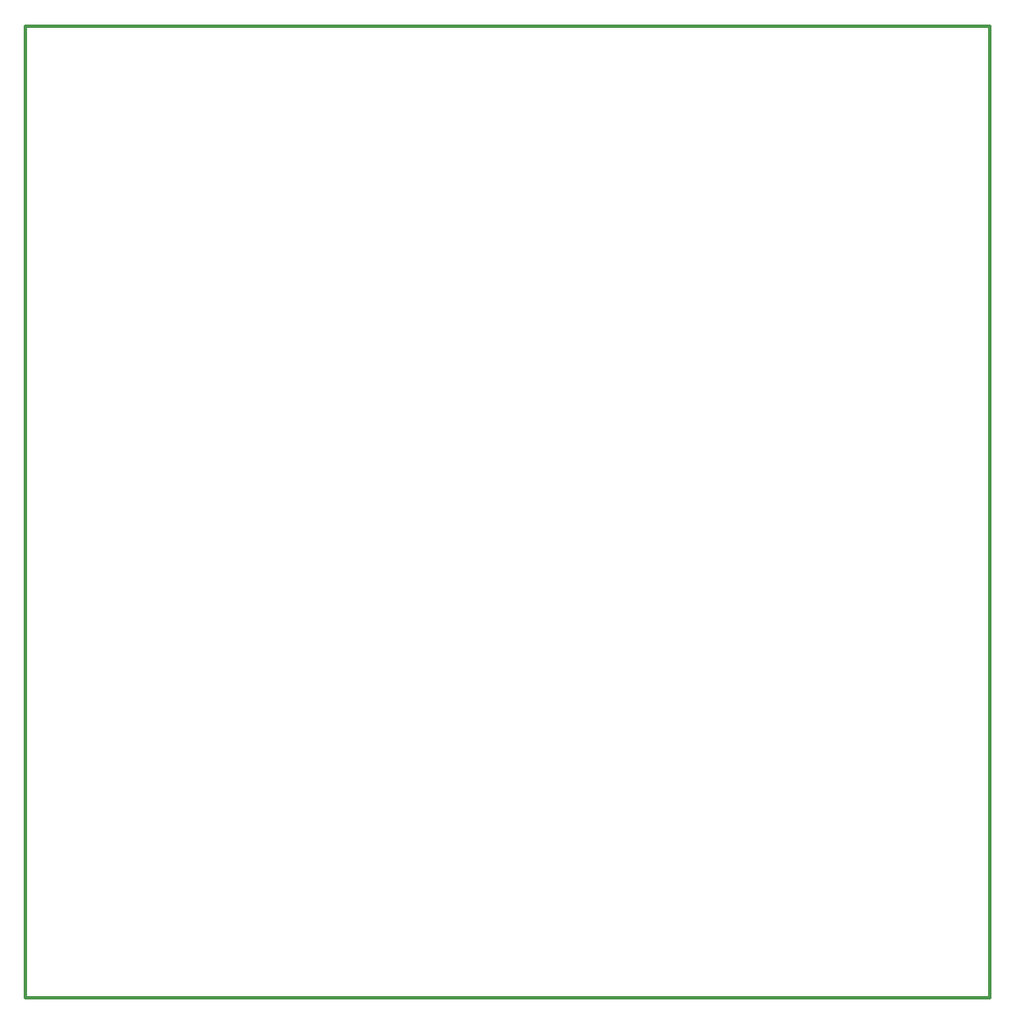
<source format=gko>
G04*
G04 #@! TF.GenerationSoftware,Altium Limited,Altium Designer,20.2.4 (192)*
G04*
G04 Layer_Color=16711935*
%FSLAX25Y25*%
%MOIN*%
G70*
G04*
G04 #@! TF.SameCoordinates,044C43E0-6038-46BE-8CBF-5B013F79F5C9*
G04*
G04*
G04 #@! TF.FilePolarity,Positive*
G04*
G01*
G75*
%ADD81C,0.01181*%
D81*
X0Y0D02*
X380000D01*
X0D02*
Y382900D01*
X380000D01*
Y0D02*
Y382900D01*
M02*

</source>
